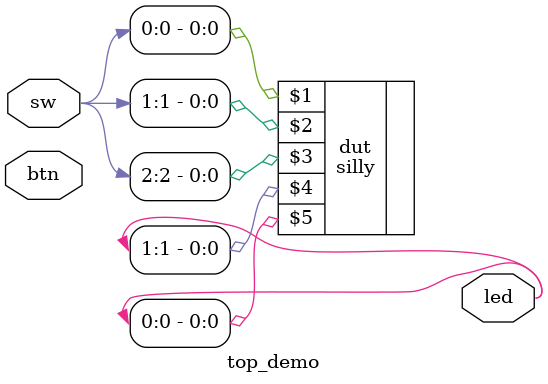
<source format=sv>
`timescale 1ns / 1ps


module top_demo
(
  input  logic [3:0] sw,
  input  logic [3:0] btn,
  output logic [7:0] led
);

 
//port ordered
silly dut(sw[0], sw[1], sw[2], led[1], led[0]);

// other way
// silly dut (.a(sw[0]), .c(sw[2]) ... etc);
endmodule

</source>
